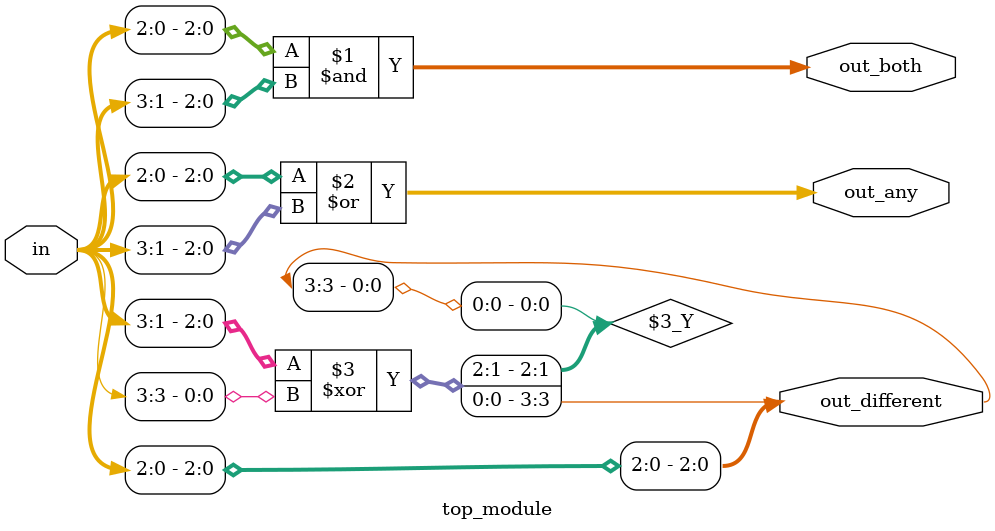
<source format=sv>
module top_module (
	input [3:0] in,
	output [2:0] out_both,
	output [3:1] out_any,
	output [3:0] out_different
);

	assign out_both = in[2:0] & in[3:1]; // Bitwise AND operation
	assign out_any = in[2:0] | in[3:1]; // Bitwise OR operation
	assign out_different = {in[3:1] ^ in[3], in[2:0]}; // Bitwise XOR operation

endmodule

</source>
